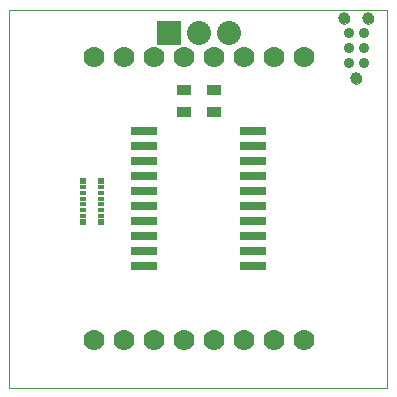
<source format=gts>
G75*
G70*
%OFA0B0*%
%FSLAX24Y24*%
%IPPOS*%
%LPD*%
%AMOC8*
5,1,8,0,0,1.08239X$1,22.5*
%
%ADD10C,0.0000*%
%ADD11C,0.0700*%
%ADD12R,0.0910X0.0280*%
%ADD13R,0.0800X0.0800*%
%ADD14C,0.0800*%
%ADD15C,0.0350*%
%ADD16C,0.0390*%
%ADD17R,0.0237X0.0190*%
%ADD18R,0.0237X0.0138*%
%ADD19R,0.0512X0.0355*%
D10*
X001553Y000683D02*
X001553Y013281D01*
X014151Y013281D01*
X014151Y000683D01*
X001553Y000683D01*
X012931Y010986D02*
X012933Y011012D01*
X012939Y011038D01*
X012948Y011062D01*
X012961Y011085D01*
X012978Y011105D01*
X012997Y011123D01*
X013019Y011138D01*
X013042Y011149D01*
X013067Y011157D01*
X013093Y011161D01*
X013119Y011161D01*
X013145Y011157D01*
X013170Y011149D01*
X013194Y011138D01*
X013215Y011123D01*
X013234Y011105D01*
X013251Y011085D01*
X013264Y011062D01*
X013273Y011038D01*
X013279Y011012D01*
X013281Y010986D01*
X013279Y010960D01*
X013273Y010934D01*
X013264Y010910D01*
X013251Y010887D01*
X013234Y010867D01*
X013215Y010849D01*
X013193Y010834D01*
X013170Y010823D01*
X013145Y010815D01*
X013119Y010811D01*
X013093Y010811D01*
X013067Y010815D01*
X013042Y010823D01*
X013018Y010834D01*
X012997Y010849D01*
X012978Y010867D01*
X012961Y010887D01*
X012948Y010910D01*
X012939Y010934D01*
X012933Y010960D01*
X012931Y010986D01*
X012531Y012986D02*
X012533Y013012D01*
X012539Y013038D01*
X012548Y013062D01*
X012561Y013085D01*
X012578Y013105D01*
X012597Y013123D01*
X012619Y013138D01*
X012642Y013149D01*
X012667Y013157D01*
X012693Y013161D01*
X012719Y013161D01*
X012745Y013157D01*
X012770Y013149D01*
X012794Y013138D01*
X012815Y013123D01*
X012834Y013105D01*
X012851Y013085D01*
X012864Y013062D01*
X012873Y013038D01*
X012879Y013012D01*
X012881Y012986D01*
X012879Y012960D01*
X012873Y012934D01*
X012864Y012910D01*
X012851Y012887D01*
X012834Y012867D01*
X012815Y012849D01*
X012793Y012834D01*
X012770Y012823D01*
X012745Y012815D01*
X012719Y012811D01*
X012693Y012811D01*
X012667Y012815D01*
X012642Y012823D01*
X012618Y012834D01*
X012597Y012849D01*
X012578Y012867D01*
X012561Y012887D01*
X012548Y012910D01*
X012539Y012934D01*
X012533Y012960D01*
X012531Y012986D01*
X013331Y012986D02*
X013333Y013012D01*
X013339Y013038D01*
X013348Y013062D01*
X013361Y013085D01*
X013378Y013105D01*
X013397Y013123D01*
X013419Y013138D01*
X013442Y013149D01*
X013467Y013157D01*
X013493Y013161D01*
X013519Y013161D01*
X013545Y013157D01*
X013570Y013149D01*
X013594Y013138D01*
X013615Y013123D01*
X013634Y013105D01*
X013651Y013085D01*
X013664Y013062D01*
X013673Y013038D01*
X013679Y013012D01*
X013681Y012986D01*
X013679Y012960D01*
X013673Y012934D01*
X013664Y012910D01*
X013651Y012887D01*
X013634Y012867D01*
X013615Y012849D01*
X013593Y012834D01*
X013570Y012823D01*
X013545Y012815D01*
X013519Y012811D01*
X013493Y012811D01*
X013467Y012815D01*
X013442Y012823D01*
X013418Y012834D01*
X013397Y012849D01*
X013378Y012867D01*
X013361Y012887D01*
X013348Y012910D01*
X013339Y012934D01*
X013333Y012960D01*
X013331Y012986D01*
D11*
X011356Y011710D03*
X010356Y011710D03*
X009356Y011710D03*
X008356Y011710D03*
X007356Y011710D03*
X006356Y011710D03*
X005356Y011710D03*
X004356Y011710D03*
X004356Y002261D03*
X005356Y002261D03*
X006356Y002261D03*
X007356Y002261D03*
X008356Y002261D03*
X009356Y002261D03*
X010356Y002261D03*
X011356Y002261D03*
D12*
X009671Y004736D03*
X009681Y005236D03*
X009681Y005736D03*
X009681Y006236D03*
X009681Y006736D03*
X009681Y007236D03*
X009681Y007736D03*
X009681Y008236D03*
X009681Y008736D03*
X009681Y009236D03*
X006031Y009236D03*
X006031Y008736D03*
X006031Y008236D03*
X006031Y007736D03*
X006031Y007236D03*
X006031Y006736D03*
X006031Y006236D03*
X006031Y005736D03*
X006031Y005236D03*
X006031Y004736D03*
D13*
X006856Y012486D03*
D14*
X007856Y012486D03*
X008856Y012486D03*
D15*
X012856Y012486D03*
X013356Y012486D03*
X013356Y011986D03*
X012856Y011986D03*
X012856Y011486D03*
X013356Y011486D03*
D16*
X013106Y010986D03*
X013506Y012986D03*
X012706Y012986D03*
D17*
X004604Y007572D03*
X004013Y007572D03*
X004013Y006194D03*
X004604Y006194D03*
D18*
X004604Y006391D03*
X004604Y006588D03*
X004604Y006785D03*
X004604Y006982D03*
X004604Y007179D03*
X004604Y007376D03*
X004013Y007376D03*
X004013Y007179D03*
X004013Y006982D03*
X004013Y006785D03*
X004013Y006588D03*
X004013Y006391D03*
D19*
X007356Y009881D03*
X007356Y010590D03*
X008356Y010590D03*
X008356Y009881D03*
M02*

</source>
